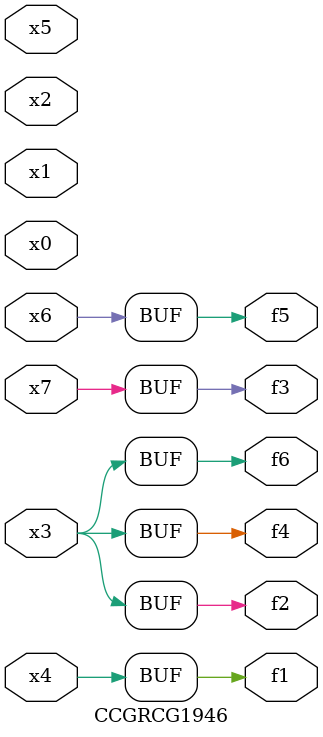
<source format=v>
module CCGRCG1946(
	input x0, x1, x2, x3, x4, x5, x6, x7,
	output f1, f2, f3, f4, f5, f6
);
	assign f1 = x4;
	assign f2 = x3;
	assign f3 = x7;
	assign f4 = x3;
	assign f5 = x6;
	assign f6 = x3;
endmodule

</source>
